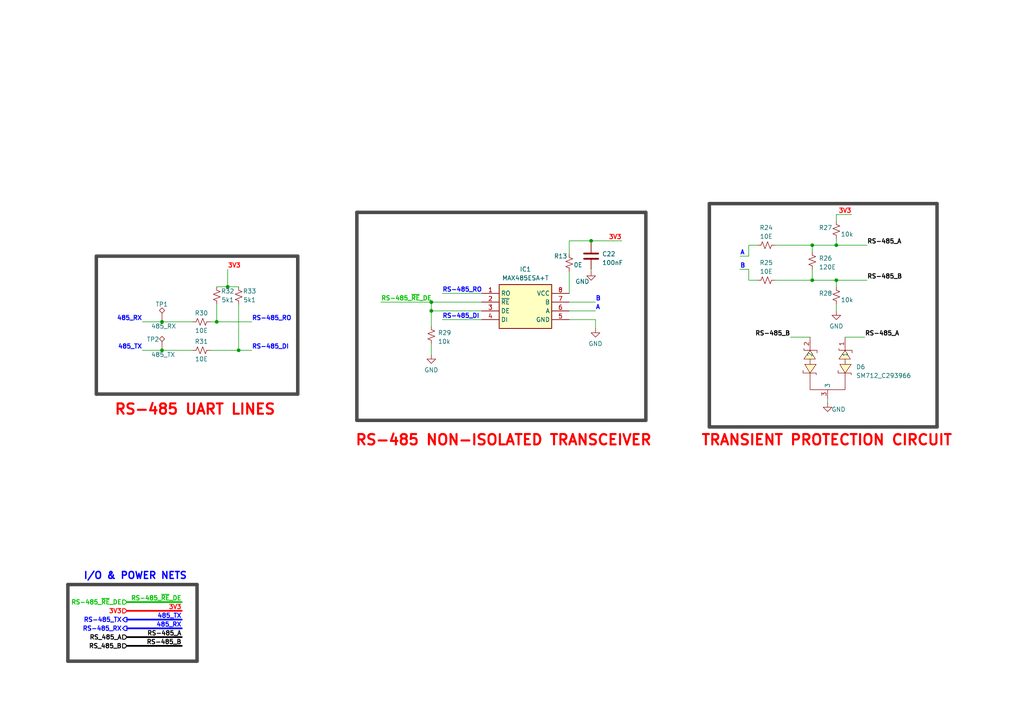
<source format=kicad_sch>
(kicad_sch (version 20230121) (generator eeschema)
  (paper "A4")
  (lib_symbols
    (symbol "ESP32-S3_DB:C" (pin_numbers hide) (pin_names (offset 0.254))
      (property "Reference" "C" (at 0.635 2.54 0))
      (property "Value" "C" (at 0.635 -2.54 0))
      (symbol "C_0_1"
        (polyline (pts (xy -2.032 -0.762) (xy 2.032 -0.762)) (stroke (width 0.508)))
        (polyline (pts (xy -2.032 0.762) (xy 2.032 0.762)) (stroke (width 0.508)))
      )
      (symbol "C_1_1"
        (pin passive line (at 0 3.81 270) (length 2.794) (name "~") (number "1"))
        (pin passive line (at 0 -3.81 90) (length 2.794) (name "~") (number "2"))
      )
    )
    (symbol "ESP32-S3_DB:GND" (power) (pin_names (offset 0))
      (property "Value" "GND" (at 0 -3.81 0))
      (symbol "GND_0_1"
        (polyline (pts (xy 0 0) (xy 0 -1.27) (xy 1.27 -1.27) (xy 0 -2.54) (xy -1.27 -1.27) (xy 0 -1.27)))
      )
      (symbol "GND_1_1"
        (pin power_in line (at 0 0 270) (length 0) hide (name "GND") (number "1"))
      )
    )
    (symbol "ESP32-S3_DB:MAX485ESA+T"
      (property "Reference" "IC" (at 21.59 7.62 0))
      (property "Value" "MAX485ESA+T" (at 21.59 5.08 0))
      (symbol "MAX485ESA+T_1_1"
        (rectangle (start 5.08 2.54) (end 20.32 -10.16) (stroke (width 0.254)) (fill (type background)))
        (pin passive line (at 0 0 0) (length 5.08) (name "RO") (number "1"))
        (pin passive line (at 0 -2.54 0) (length 5.08) (name "~{RE}") (number "2"))
        (pin passive line (at 0 -5.08 0) (length 5.08) (name "DE") (number "3"))
        (pin passive line (at 0 -7.62 0) (length 5.08) (name "DI") (number "4"))
        (pin passive line (at 25.4 -7.62 180) (length 5.08) (name "GND") (number "5"))
        (pin passive line (at 25.4 -5.08 180) (length 5.08) (name "A") (number "6"))
        (pin passive line (at 25.4 -2.54 180) (length 5.08) (name "B") (number "7"))
        (pin passive line (at 25.4 0 180) (length 5.08) (name "VCC") (number "8"))
      )
    )
    (symbol "ESP32-S3_DB:R_Small_US" (pin_numbers hide) (pin_names (offset 0.254) hide)
      (property "Reference" "R" (at 0.762 0.508 0))
      (property "Value" "R_Small_US" (at 0.762 -1.016 0))
      (symbol "R_Small_US_1_1"
        (polyline (pts (xy 0 0) (xy 1.016 -0.381) (xy 0 -0.762) (xy -1.016 -1.143) (xy 0 -1.524)))
        (polyline (pts (xy 0 1.524) (xy 1.016 1.143) (xy 0 0.762) (xy -1.016 0.381) (xy 0 0)))
        (pin passive line (at 0 2.54 270) (length 1.016) (name "~") (number "1"))
        (pin passive line (at 0 -2.54 90) (length 1.016) (name "~") (number "2"))
      )
    )
    (symbol "ESP32-S3_DB:SM712_C293966"
      (property "Reference" "D" (at 0 15.24 0))
      (property "Value" "SM712_C293966" (at 0 -12.7 0))
      (symbol "SM712_C293966_0_1"
        (polyline (pts (xy -5.08 -1.27) (xy -5.08 0.25)))
        (polyline (pts (xy 5.08 -1.27) (xy 5.08 0.25)))
        (polyline (pts (xy -6.86 3.3) (xy -6.86 2.79) (xy -3.05 2.79) (xy -3.05 2.03)))
        (polyline (pts (xy -6.6 -1.27) (xy -5.08 -3.81) (xy -3.3 -1.27) (xy -6.6 -1.27)) (fill (type background)))
        (polyline (pts (xy -5.08 2.79) (xy -5.08 7.62) (xy 5.08 7.62) (xy 5.08 2.79)))
        (polyline (pts (xy -3.56 0.25) (xy -5.08 2.79) (xy -6.86 0.25) (xy -3.56 0.25)) (fill (type background)))
        (polyline (pts (xy -3.3 -4.32) (xy -3.3 -3.81) (xy -7.11 -3.81) (xy -7.11 -3.05)))
        (polyline (pts (xy 3.3 3.3) (xy 3.3 2.79) (xy 7.11 2.79) (xy 7.11 2.03)))
        (polyline (pts (xy 3.56 -1.27) (xy 5.08 -3.81) (xy 6.86 -1.27) (xy 3.56 -1.27)) (fill (type background)))
        (polyline (pts (xy 6.6 0.25) (xy 5.08 2.79) (xy 3.3 0.25) (xy 6.6 0.25)) (fill (type background)))
        (polyline (pts (xy 6.86 -4.32) (xy 6.86 -3.81) (xy 3.05 -3.81) (xy 3.05 -3.05)))
        (pin unspecified line (at -5.08 -7.62 90) (length 3.81) (name "1") (number "1"))
        (pin unspecified line (at 5.08 -7.62 90) (length 3.81) (name "2") (number "2"))
        (pin unspecified line (at 0 10.16 270) (length 2.54) (name "3") (number "3"))
      )
    )
    (symbol "ESP32-S3_DB:TestPoint_Alt" (pin_numbers hide) (pin_names (offset 0.762) hide)
      (property "Reference" "TP" (at 0 6.858 0))
      (property "Value" "TestPoint_Alt" (at 0 5.08 0))
      (symbol "TestPoint_Alt_0_1"
        (polyline (pts (xy 0 2.54) (xy -0.762 3.302) (xy 0 4.064) (xy 0.762 3.302) (xy 0 2.54)))
      )
      (symbol "TestPoint_Alt_1_1"
        (pin passive line (at 0 0 90) (length 2.54) (name "1") (number "1"))
      )
    )
  )
  (junction (at 242.57 71.12))
  (junction (at 69.215 101.6))
  (junction (at 242.57 81.28))
  (junction (at 66.04 83.185))
  (junction (at 235.585 81.28))
  (junction (at 171.45 69.85))
  (junction (at 125.095 90.17))
  (junction (at 46.99 101.6))
  (junction (at 62.865 93.345))
  (junction (at 46.99 93.345))
  (junction (at 125.095 87.63))
  (junction (at 235.585 71.12))
  (wire (pts (xy 217.17 81.28) (xy 219.71 81.28)))
  (wire (pts (xy 172.72 90.17) (xy 165.1 90.17)))
  (wire (pts (xy 171.45 78.105) (xy 171.45 78.74)))
  (wire (pts (xy 234.95 97.79) (xy 229.235 97.79)))
  (bus (pts (xy 271.78 123.825) (xy 271.78 59.055)) (stroke (width 1) (color 72 72 72 1)))
  (wire (pts (xy 172.72 87.63) (xy 165.1 87.63)))
  (wire (pts (xy 165.1 69.85) (xy 171.45 69.85)))
  (wire (pts (xy 125.095 94.615) (xy 125.095 90.17)))
  (wire (pts (xy 171.45 69.85) (xy 171.45 70.485)))
  (wire (pts (xy 224.79 81.28) (xy 235.585 81.28)))
  (wire (pts (xy 235.585 71.12) (xy 235.585 73.025)))
  (bus (pts (xy 27.94 114.3) (xy 27.94 74.295)) (stroke (width 1) (color 72 72 72 1)))
  (wire (pts (xy 172.72 95.25) (xy 172.72 92.71)))
  (wire (pts (xy 242.57 81.28) (xy 251.46 81.28)))
  (wire (pts (xy 125.095 87.63) (xy 125.095 90.17)))
  (wire (pts (xy 217.17 71.12) (xy 219.71 71.12)))
  (wire (pts (xy 235.585 71.12) (xy 242.57 71.12)))
  (bus (pts (xy 86.36 114.3) (xy 27.94 114.3)) (stroke (width 1) (color 72 72 72 1)))
  (bus (pts (xy 19.685 169.545) (xy 57.15 169.545)) (stroke (width 1) (color 72 72 72 1)))
  (wire (pts (xy 66.04 83.185) (xy 62.865 83.185)))
  (bus (pts (xy 205.74 123.825) (xy 271.78 123.825)) (stroke (width 1) (color 72 72 72 1)))
  (wire (pts (xy 214.63 74.295) (xy 217.17 74.295)))
  (wire (pts (xy 242.57 71.12) (xy 251.46 71.12)))
  (bus (pts (xy 271.78 59.055) (xy 205.74 59.055)) (stroke (width 1) (color 72 72 72 1)))
  (wire (pts (xy 52.705 179.705) (xy 36.83 179.705)) (stroke (width 0.5) (color 0 0 255 1)))
  (wire (pts (xy 242.57 81.28) (xy 242.57 83.185)))
  (wire (pts (xy 217.17 78.105) (xy 217.17 81.28)))
  (wire (pts (xy 60.96 101.6) (xy 69.215 101.6)))
  (bus (pts (xy 103.505 61.595) (xy 187.325 61.595)) (stroke (width 1) (color 72 72 72 1)))
  (wire (pts (xy 128.27 92.71) (xy 139.7 92.71)))
  (wire (pts (xy 52.705 184.785) (xy 36.83 184.785)) (stroke (width 0.5) (color 0 0 0 1)))
  (wire (pts (xy 69.215 88.265) (xy 69.215 101.6)))
  (bus (pts (xy 187.325 121.92) (xy 103.505 121.92)) (stroke (width 1) (color 72 72 72 1)))
  (wire (pts (xy 224.79 71.12) (xy 235.585 71.12)))
  (wire (pts (xy 66.04 78.105) (xy 66.04 83.185)))
  (wire (pts (xy 46.99 101.6) (xy 55.88 101.6)))
  (wire (pts (xy 52.705 174.625) (xy 36.83 174.625)) (stroke (width 0.5) (color 0 194 0 1)))
  (wire (pts (xy 125.095 99.695) (xy 125.095 102.87)))
  (wire (pts (xy 46.99 93.345) (xy 55.88 93.345)))
  (wire (pts (xy 242.57 71.12) (xy 242.57 69.215)))
  (bus (pts (xy 205.74 59.055) (xy 205.74 123.825)) (stroke (width 1) (color 72 72 72 1)))
  (wire (pts (xy 66.04 83.185) (xy 69.215 83.185)))
  (bus (pts (xy 57.15 191.77) (xy 19.685 191.77)) (stroke (width 1) (color 72 72 72 1)))
  (wire (pts (xy 73.025 93.345) (xy 62.865 93.345)))
  (bus (pts (xy 19.685 169.545) (xy 19.685 191.77)) (stroke (width 1) (color 72 72 72 1)))
  (wire (pts (xy 217.17 74.295) (xy 217.17 71.12)))
  (wire (pts (xy 247.015 62.23) (xy 242.57 62.23)))
  (bus (pts (xy 103.505 61.595) (xy 103.505 121.92)) (stroke (width 1) (color 72 72 72 1)))
  (wire (pts (xy 62.865 88.265) (xy 62.865 93.345)))
  (bus (pts (xy 187.325 61.595) (xy 187.325 121.92)) (stroke (width 1) (color 72 72 72 1)))
  (wire (pts (xy 242.57 90.17) (xy 242.57 88.265)))
  (wire (pts (xy 52.705 182.245) (xy 36.83 182.245)) (stroke (width 0.5) (color 0 0 255 1)))
  (wire (pts (xy 214.63 78.105) (xy 217.17 78.105)))
  (wire (pts (xy 62.865 93.345) (xy 60.96 93.345)))
  (bus (pts (xy 86.36 74.295) (xy 86.36 114.3)) (stroke (width 1) (color 72 72 72 1)))
  (wire (pts (xy 110.49 87.63) (xy 125.095 87.63)))
  (wire (pts (xy 125.095 90.17) (xy 139.7 90.17)))
  (wire (pts (xy 240.03 116.84) (xy 240.03 115.57)))
  (wire (pts (xy 41.275 101.6) (xy 46.99 101.6)))
  (wire (pts (xy 41.275 93.345) (xy 46.99 93.345)))
  (wire (pts (xy 165.1 78.74) (xy 165.1 85.09)))
  (wire (pts (xy 69.215 101.6) (xy 73.025 101.6)))
  (wire (pts (xy 52.705 177.165) (xy 36.83 177.165)) (stroke (width 0.5) (color 255 0 0 1)))
  (wire (pts (xy 125.095 87.63) (xy 139.7 87.63)))
  (wire (pts (xy 128.27 85.09) (xy 139.7 85.09)))
  (wire (pts (xy 165.1 69.85) (xy 165.1 73.66)))
  (bus (pts (xy 57.15 169.545) (xy 57.15 191.77)) (stroke (width 1) (color 72 72 72 1)))
  (wire (pts (xy 235.585 78.105) (xy 235.585 81.28)))
  (wire (pts (xy 171.45 69.85) (xy 180.34 69.85)))
  (bus (pts (xy 27.94 74.295) (xy 86.36 74.295)) (stroke (width 1) (color 72 72 72 1)))
  (wire (pts (xy 235.585 81.28) (xy 242.57 81.28)))
  (wire (pts (xy 172.72 92.71) (xy 165.1 92.71)))
  (wire (pts (xy 52.705 187.325) (xy 36.83 187.325)) (stroke (width 0.5) (color 0 0 0 1)))
  (wire (pts (xy 250.825 97.79) (xy 245.11 97.79)))
  (wire (pts (xy 242.57 62.23) (xy 242.57 64.135)))
  (text "I/O & POWER NETS" (at 24.13 168.275 0) (effects (font (size 2 2) bold) (justify left bottom)))
  (text "TRANSIENT PROTECTION CIRCUIT" (at 203.2 129.54 0) (effects (font (size 3 3) bold) (justify left bottom)))
  (text "RS-485 UART LINES" (at 33.02 120.65 0) (effects (font (size 3 3) bold) (justify left bottom)))
  (text "RS-485 NON-ISOLATED TRANSCEIVER\n" (at 102.87 129.54 0) (effects (font (size 3 3) bold) (justify left bottom)))
  (label "485_TX" (at 41.275 101.6 180) (effects (font (thickness 0.254) bold)))
  (label "RS-485_A" (at 250.825 97.79 0) (effects (font (thickness 0.254) bold)))
  (label "3V3" (at 52.705 177.165 180) (effects (font (thickness 0.254) bold)))
  (label "RS-485_A" (at 52.705 184.785 180) (effects (font (thickness 0.254) bold)))
  (label "RS-485_B" (at 251.46 81.28 0) (effects (font (thickness 0.254) bold)))
  (label "3V3" (at 180.34 69.85 180) (effects (font (thickness 0.254) bold)))
  (label "RS-485_RO" (at 73.025 93.345 0) (effects (font bold)))
  (label "RS-485_DI" (at 73.025 101.6 0) (effects (font bold)))
  (label "485_RX" (at 52.705 182.245 180) (effects (font (thickness 0.254) bold)))
  (label "RS-485_~{RE}_DE" (at 110.49 87.63 0) (effects (font bold)))
  (label "B" (at 214.63 78.105 0) (effects (font bold)))
  (label "A" (at 172.72 90.17 0) (effects (font bold)))
  (label "B" (at 172.72 87.63 0) (effects (font bold)))
  (label "485_TX" (at 52.705 179.705 180) (effects (font (thickness 0.254) bold)))
  (label "RS-485_A" (at 251.46 71.12 0) (effects (font (thickness 0.254) bold)))
  (label "RS-485_DI" (at 128.27 92.71 0) (effects (font bold)))
  (label "RS-485_B" (at 52.705 187.325 180) (effects (font (thickness 0.254) bold)))
  (label "RS-485_~{RE}_DE" (at 52.705 174.625 180) (effects (font bold)))
  (label "3V3" (at 247.015 62.23 180) (effects (font (thickness 0.254) bold)))
  (label "RS-485_RO" (at 128.27 85.09 0) (effects (font bold)))
  (label "3V3" (at 66.04 78.105 0) (effects (font (thickness 0.254) bold)))
  (label "A" (at 214.63 74.295 0) (effects (font bold)))
  (label "485_RX" (at 41.275 93.345 180) (effects (font (thickness 0.254) bold)))
  (label "RS-485_B" (at 229.235 97.79 180) (effects (font (thickness 0.254) bold)))
  (hierarchical_label "RS-485_TX" (shape output) (at 36.83 179.705 180) (effects (font bold)))
  (hierarchical_label "RS_485_A" (shape input) (at 36.83 184.785 180) (effects (font bold)))
  (hierarchical_label "3V3" (shape input) (at 36.83 177.165 180) (effects (font (thickness 0.254) bold)))
  (hierarchical_label "RS-485_RX" (shape output) (at 36.83 182.245 180) (effects (font bold)))
  (hierarchical_label "RS-485_~{RE}_DE" (shape input) (at 36.83 174.625 180) (effects (font bold)))
  (hierarchical_label "RS_485_B" (shape input) (at 36.83 187.325 180) (effects (font bold)))
  (symbol (lib_id "ESP32-S3_DB:GND") (at 242.57 90.17 0) (unit 1)
    (property "Reference" "#PWR036" (effects hide))
    (property "Value" "GND" (at 242.57 94.615 0))
  )
  (symbol (lib_id "ESP32-S3_DB:R_Small_US") (at 58.42 93.345 90) (unit 1)
    (property "Reference" "R30" (at 58.42 90.805 90))
    (property "Value" "10E" (at 58.42 95.885 90))
    (property "Footprint" "ESP32-S3_Dev_Board:R_0402_1005Metric" (effects hide))
    (property "PN" "RTT02100JTH" (effects hide))
  )
  (symbol (lib_id "ESP32-S3_DB:R_Small_US") (at 58.42 101.6 90) (unit 1)
    (property "Reference" "R31" (at 58.42 99.06 90))
    (property "Value" "10E" (at 58.42 104.14 90))
    (property "Footprint" "ESP32-S3_Dev_Board:R_0402_1005Metric" (effects hide))
    (property "PN" "RTT02100JTH" (effects hide))
  )
  (symbol (lib_id "ESP32-S3_DB:R_Small_US") (at 222.25 71.12 90) (unit 1)
    (property "Reference" "R24" (at 222.25 66.04 90))
    (property "Value" "10E" (at 222.25 68.58 90))
    (property "Footprint" "ESP32-S3_Dev_Board:R_0402_1005Metric" (effects hide))
    (property "PN" "RTT02100JTH" (effects hide))
  )
  (symbol (lib_id "ESP32-S3_DB:GND") (at 172.72 95.25 0) (unit 1)
    (property "Reference" "#PWR034" (effects hide))
    (property "Value" "GND" (at 172.72 99.695 0))
  )
  (symbol (lib_id "ESP32-S3_DB:GND") (at 171.45 78.74 0) (unit 1)
    (property "Reference" "#PWR035" (effects hide))
    (property "Value" "GND" (at 168.91 81.661 0))
  )
  (symbol (lib_id "ESP32-S3_DB:R_Small_US") (at 235.585 75.565 180) (unit 1)
    (property "Reference" "R26" (at 237.49 74.93 0) (effects (justify right)))
    (property "Value" "120E" (at 237.49 77.47 0) (effects (justify right)))
    (property "Footprint" "ESP32-S3_Dev_Board:R_0402_1005Metric" (effects hide))
    (property "PN" "RC0402FR-07120RL" (effects hide))
  )
  (symbol (lib_id "ESP32-S3_DB:MAX485ESA+T") (at 139.7 85.09 0) (unit 1)
    (property "Reference" "IC1" (at 152.4 78.105 0))
    (property "Value" "MAX485ESA+T" (at 152.4 80.645 0))
    (property "Footprint" "ESP32-S3_Dev_Board:SOP-8_3.9x4.9mm_P1.27mm" (effects hide))
    (property "Datasheet" "https://datasheets.maximintegrated.com/en/ds/MAX1487-MAX491.pdf" (effects hide))
    (property "Height" "1.75" (effects hide))
    (property "Manufacturer_Name" "Analog Devices" (effects hide))
    (property "Manufacturer_Part_Number" "MAX485ESA+T" (effects hide))
    (property "Mouser Part Number" "700-MAX485ESAT" (effects hide))
    (property "Mouser Price/Stock" "https://www.mouser.co.uk/ProductDetail/Analog-Devices-Maxim-Integrated/MAX485ESA%2bT?qs=LHmEVA8xxfYXmvxEk%252BFtEg%3D%3D" (effects hide))
    (property "Arrow Part Number" "MAX485ESA+T" (effects hide))
    (property "Arrow Price/Stock" "https://www.arrow.com/en/products/max485esat/maxim-integrated?region=nac" (effects hide))
    (property "PN" "MAX485ESA+T" (effects hide))
  )
  (symbol (lib_id "ESP32-S3_DB:R_Small_US") (at 242.57 66.675 180) (unit 1)
    (property "Reference" "R27" (at 237.49 66.04 0) (effects (justify right)))
    (property "Value" "10k" (at 243.84 67.945 0) (effects (justify right)))
    (property "Footprint" "ESP32-S3_Dev_Board:R_0402_1005Metric" (effects hide))
    (property "PN" "RC0402FR-0710KL" (effects hide))
  )
  (symbol (lib_id "ESP32-S3_DB:R_Small_US") (at 222.25 81.28 90) (unit 1)
    (property "Reference" "R25" (at 222.25 76.2 90))
    (property "Value" "10E" (at 222.25 78.74 90))
    (property "Footprint" "ESP32-S3_Dev_Board:R_0402_1005Metric" (effects hide))
    (property "PN" "RTT02100JTH" (effects hide))
  )
  (symbol (lib_id "ESP32-S3_DB:TestPoint_Alt") (at 46.99 101.6 0) (unit 1)
    (property "Reference" "TP2" (at 42.545 98.425 0) (effects (justify left)))
    (property "Value" "485_TX" (at 43.815 102.87 0) (effects (justify left)))
  )
  (symbol (lib_id "ESP32-S3_DB:GND") (at 240.03 116.84 0) (unit 1)
    (property "Reference" "#PWR037" (effects hide))
    (property "Value" "GND" (at 243.205 118.745 0))
  )
  (symbol (lib_id "ESP32-S3_DB:R_Small_US") (at 165.1 76.2 0) (unit 1)
    (property "Reference" "R13" (at 160.655 74.295 0) (effects (justify left)))
    (property "Value" "0E" (at 166.37 76.835 0) (effects (justify left)))
    (property "Footprint" "ESP32-S3_Dev_Board:R_0603_1608Metric" (effects hide))
    (property "PN" "RC0603JR-070RL" (effects hide))
  )
  (symbol (lib_id "ESP32-S3_DB:SM712_C293966") (at 240.03 105.41 180) (unit 1)
    (property "Reference" "D6" (at 248.285 106.425 0) (effects (justify right)))
    (property "Value" "SM712_C293966" (at 248.285 108.965 0) (effects (justify right)))
    (property "Footprint" "ESP32-S3_Dev_Board:SOT-23-3" (effects hide))
    (property "Datasheet" "https://lcsc.com/product-detail/TVS_DOWO-SM712_C293966.html" (effects hide))
    (property "LCSC Part" "C293966" (effects hide))
    (property "PN" "SM712" (effects hide))
  )
  (symbol (lib_id "ESP32-S3_DB:R_Small_US") (at 69.215 85.725 180) (unit 1)
    (property "Reference" "R33" (at 72.39 84.455 0))
    (property "Value" "5k1" (at 72.39 86.995 0))
    (property "Footprint" "ESP32-S3_Dev_Board:R_0402_1005Metric" (effects hide))
    (property "PN" "RC0402FR-075K1L" (effects hide))
  )
  (symbol (lib_id "ESP32-S3_DB:C") (at 171.45 74.295 0) (unit 1)
    (property "Reference" "C22" (at 174.625 73.66 0) (effects (justify left)))
    (property "Value" "100nF" (at 174.625 76.2 0) (effects (justify left)))
    (property "Footprint" "ESP32-S3_Dev_Board:C_0402_1005Metric" (effects hide))
    (property "PN" "EMK107B7104KAHT" (effects hide))
  )
  (symbol (lib_id "ESP32-S3_DB:R_Small_US") (at 62.865 85.725 180) (unit 1)
    (property "Reference" "R32" (at 66.04 84.455 0))
    (property "Value" "5k1" (at 66.04 86.995 0))
    (property "Footprint" "ESP32-S3_Dev_Board:R_0402_1005Metric" (effects hide))
    (property "PN" "RC0402FR-075K1L" (effects hide))
  )
  (symbol (lib_id "ESP32-S3_DB:TestPoint_Alt") (at 46.99 93.345 0) (unit 1)
    (property "Reference" "TP1" (at 45.085 88.265 0) (effects (justify left)))
    (property "Value" "485_RX" (at 43.815 94.615 0) (effects (justify left)))
  )
  (symbol (lib_id "ESP32-S3_DB:R_Small_US") (at 242.57 85.725 180) (unit 1)
    (property "Reference" "R28" (at 237.49 85.09 0) (effects (justify right)))
    (property "Value" "10k" (at 243.84 86.995 0) (effects (justify right)))
    (property "Footprint" "ESP32-S3_Dev_Board:R_0402_1005Metric" (effects hide))
    (property "PN" "RC0402FR-0710KL" (effects hide))
  )
  (symbol (lib_id "ESP32-S3_DB:GND") (at 125.095 102.87 0) (unit 1)
    (property "Reference" "#PWR038" (effects hide))
    (property "Value" "GND" (at 125.095 107.315 0))
  )
  (symbol (lib_id "ESP32-S3_DB:R_Small_US") (at 125.095 97.155 180) (unit 1)
    (property "Reference" "R29" (at 127 96.52 0) (effects (justify right)))
    (property "Value" "10k" (at 127 99.06 0) (effects (justify right)))
    (property "Footprint" "ESP32-S3_Dev_Board:R_0402_1005Metric" (effects hide))
    (property "PN" "RC0402FR-0710KL" (effects hide))
  )
)
</source>
